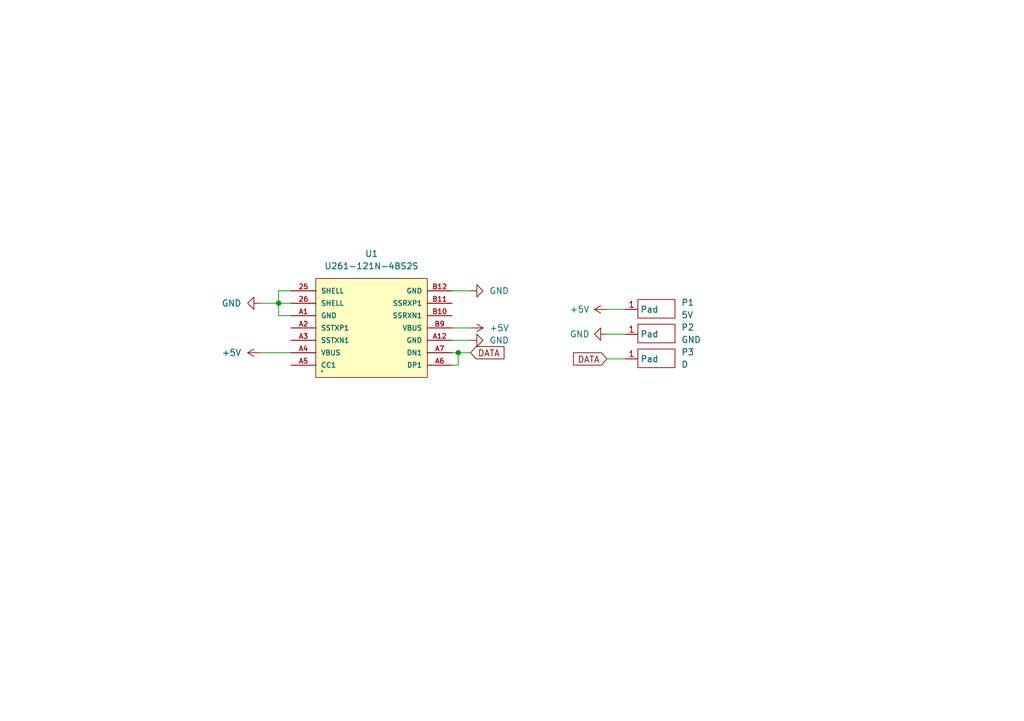
<source format=kicad_sch>
(kicad_sch (version 20211123) (generator eeschema)
  (paper "A5")
  (lib_symbols
    (symbol "Connector:CopperField"
      (property "Reference" "P?" (at 0 -2.032 0))
      (property "Value" "CopperField" (at 0 0 0))
      (symbol "CopperField_0_1"
        (rectangle (start -3.81 -3.048) (end 3.81 -6.858) (stroke (width 0.1524)))
      )
      (symbol "CopperField_1_1"
        (pin bidirectional line (at -6.35 -5.08 0) (length 2.54) (name "Pad") (number "1"))
      )
    )
    (symbol "CopperField_1"
      (property "Reference" "P?" (at 0 -2.032 0))
      (property "Value" "CopperField_1" (at 0 0 0))
      (symbol "CopperField_1_0_1"
        (rectangle (start -3.81 -3.048) (end 3.81 -6.858) (stroke (width 0.1524)))
      )
      (symbol "CopperField_1_1_1"
        (pin bidirectional line (at -6.35 -5.08 0) (length 2.54) (name "Pad") (number "1"))
      )
    )
    (symbol "CopperField_2"
      (property "Reference" "P?" (at 0 -2.032 0))
      (property "Value" "CopperField_2" (at 0 0 0))
      (symbol "CopperField_2_0_1"
        (rectangle (start -3.81 -3.048) (end 3.81 -6.858) (stroke (width 0.1524)))
      )
      (symbol "CopperField_2_1_1"
        (pin bidirectional line (at -6.35 -5.08 0) (length 2.54) (name "Pad") (number "1"))
      )
    )
    (symbol "USBCmale:U261-121N-4BS2S" (pin_names (offset 1.016))
      (property "Reference" "U" (at 0 1.27 0))
      (property "Value" "U261-121N-4BS2S" (at 0 -2.54 0))
      (symbol "U261-121N-4BS2S_1_0"
        (rectangle (start 13.97 10.16) (end 36.83 -10.16) (fill (type background)))
        (circle (center 15.24 -8.89) (radius 0.0254) (fill (type background)))
        (pin unspecified line (at 8.89 7.62 0) (length 5.08) (name "SHELL") (number "25"))
        (pin unspecified line (at 8.89 5.08 0) (length 5.08) (name "SHELL") (number "26"))
        (pin unspecified line (at 8.89 2.54 0) (length 5.08) (name "GND") (number "A1"))
        (pin unspecified line (at 41.91 -2.54 180) (length 5.08) (name "GND") (number "A12"))
        (pin unspecified line (at 8.89 0 0) (length 5.08) (name "SSTXP1") (number "A2"))
        (pin unspecified line (at 8.89 -2.54 0) (length 5.08) (name "SSTXN1") (number "A3"))
        (pin unspecified line (at 8.89 -5.08 0) (length 5.08) (name "VBUS") (number "A4"))
        (pin unspecified line (at 8.89 -7.62 0) (length 5.08) (name "CC1") (number "A5"))
        (pin unspecified line (at 41.91 -7.62 180) (length 5.08) (name "DP1") (number "A6"))
        (pin unspecified line (at 41.91 -5.08 180) (length 5.08) (name "DN1") (number "A7"))
        (pin unspecified line (at 41.91 2.54 180) (length 5.08) (name "SSRXN1") (number "B10"))
        (pin unspecified line (at 41.91 5.08 180) (length 5.08) (name "SSRXP1") (number "B11"))
        (pin unspecified line (at 41.91 7.62 180) (length 5.08) (name "GND") (number "B12"))
        (pin unspecified line (at 41.91 0 180) (length 5.08) (name "VBUS") (number "B9"))
      )
    )
    (symbol "power:+5V" (power) (pin_names (offset 0))
      (property "Value" "+5V" (at 0 3.556 0))
      (symbol "+5V_0_1"
        (polyline (pts (xy -0.762 1.27) (xy 0 2.54)))
        (polyline (pts (xy 0 0) (xy 0 2.54)))
        (polyline (pts (xy 0 2.54) (xy 0.762 1.27)))
      )
      (symbol "+5V_1_1"
        (pin power_in line (at 0 0 90) (length 0) hide (name "+5V") (number "1"))
      )
    )
    (symbol "power:GND" (power) (pin_names (offset 0))
      (property "Value" "GND" (at 0 -3.81 0))
      (symbol "GND_0_1"
        (polyline (pts (xy 0 0) (xy 0 -1.27) (xy 1.27 -1.27) (xy 0 -2.54) (xy -1.27 -1.27) (xy 0 -1.27)))
      )
      (symbol "GND_1_1"
        (pin power_in line (at 0 0 270) (length 0) hide (name "GND") (number "1"))
      )
    )
  )
  (junction (at 93.98 72.39))
  (junction (at 57.15 62.23))
  (wire (pts (xy 124.46 68.58) (xy 128.27 68.58)))
  (wire (pts (xy 57.15 62.23) (xy 53.34 62.23)))
  (wire (pts (xy 93.98 74.93) (xy 93.98 72.39)))
  (wire (pts (xy 59.69 64.77) (xy 57.15 64.77)))
  (wire (pts (xy 57.15 59.69) (xy 57.15 62.23)))
  (wire (pts (xy 124.46 63.5) (xy 128.27 63.5)))
  (wire (pts (xy 57.15 62.23) (xy 59.69 62.23)))
  (wire (pts (xy 92.71 74.93) (xy 93.98 74.93)))
  (wire (pts (xy 93.98 72.39) (xy 96.52 72.39)))
  (wire (pts (xy 92.71 69.85) (xy 96.52 69.85)))
  (wire (pts (xy 53.34 72.39) (xy 59.69 72.39)))
  (wire (pts (xy 92.71 59.69) (xy 96.52 59.69)))
  (wire (pts (xy 124.46 73.66) (xy 128.27 73.66)))
  (wire (pts (xy 92.71 67.31) (xy 96.52 67.31)))
  (wire (pts (xy 92.71 72.39) (xy 93.98 72.39)))
  (wire (pts (xy 57.15 64.77) (xy 57.15 62.23)))
  (wire (pts (xy 59.69 59.69) (xy 57.15 59.69)))
  (global_label "DATA" (shape input) (at 96.52 72.39 0) (property "Intersheet References" "${INTERSHEET_REFS}" (effects hide)))
  (global_label "DATA" (shape input) (at 124.46 73.66 180) (property "Intersheet References" "${INTERSHEET_REFS}" (effects hide)))
  (symbol (lib_id "power:+5V") (at 96.52 67.31 270) (unit 1)
    (property "Reference" "#PWR0106" (effects hide))
    (property "Value" "+5V" (at 100.33 67.3099 90) (effects (justify left)))
  )
  (symbol (lib_id "power:GND") (at 96.52 59.69 90) (unit 1)
    (property "Reference" "#PWR0107" (effects hide))
    (property "Value" "GND" (at 100.33 59.6899 90) (effects (justify right)))
  )
  (symbol (lib_id "Connector:CopperField") (at 134.62 58.42 0) (unit 1)
    (property "Reference" "P1" (at 139.7 62.1029 0) (effects (justify left)))
    (property "Value" "5V" (at 139.7 64.6429 0) (effects (justify left)))
    (property "Footprint" "Connector:CopperField" (effects hide))
  )
  (symbol (lib_id "power:GND") (at 96.52 69.85 90) (unit 1)
    (property "Reference" "#PWR0105" (effects hide))
    (property "Value" "GND" (at 100.33 69.8499 90) (effects (justify right)))
  )
  (symbol (lib_name "CopperField_1") (lib_id "Connector:CopperField") (at 134.62 68.58 0) (unit 1)
    (property "Reference" "P3" (at 139.7 72.2629 0) (effects (justify left)))
    (property "Value" "D" (at 139.7 74.8029 0) (effects (justify left)))
    (property "Footprint" "Connector:CopperField" (effects hide))
  )
  (symbol (lib_id "USBCmale:U261-121N-4BS2S") (at 50.8 67.31 0) (unit 1)
    (property "Reference" "U1" (at 76.2 52.07 0))
    (property "Value" "U261-121N-4BS2S" (at 76.2 54.61 0))
    (property "Footprint" "footprint:U261-121N-4BS2S" (effects hide))
    (property "Datasheet" "https://datasheet.lcsc.com/lcsc/2109031530_XKB-Connectivity-U261-121N-4BS2S_C2879827.pdf" (effects hide))
    (property "Manufacturer" "XKB Connectivity" (effects hide))
    (property "Mfr. Part #" "U261-121N-4BS2S" (effects hide))
    (property "LCSC Part #" "C2879827" (effects hide))
    (property "Package" "SMD" (effects hide))
    (property "Description" "USB 2.0 1 Surface Mount Male -55℃~+85℃ Type-C SMD USB Connectors ROHS" (effects hide))
    (property "1+" "€0.1827" (effects hide))
    (property "10+" "€0.1469" (effects hide))
    (property "30+" "€0.121" (effects hide))
    (property "100+" "€0.0995" (effects hide))
    (property "LCSC link" "https://lcsc.com/product-detail/span-style-background-color-ff0-USB-span-Connectors_XKB-Connectivity-U261-121N-4BS2S_C2879827.html" (effects hide))
  )
  (symbol (lib_name "CopperField_2") (lib_id "Connector:CopperField") (at 134.62 63.5 0) (unit 1)
    (property "Reference" "P2" (at 139.7 67.1829 0) (effects (justify left)))
    (property "Value" "GND" (at 139.7 69.7229 0) (effects (justify left)))
    (property "Footprint" "Connector:CopperField" (effects hide))
  )
  (symbol (lib_id "power:+5V") (at 124.46 63.5 90) (unit 1)
    (property "Reference" "#PWR0102" (effects hide))
    (property "Value" "+5V" (at 116.84 63.5 90) (effects (justify right)))
  )
  (symbol (lib_id "power:GND") (at 53.34 62.23 270) (unit 1)
    (property "Reference" "#PWR0103" (effects hide))
    (property "Value" "GND" (at 49.53 62.2299 90) (effects (justify right)))
  )
  (symbol (lib_id "power:GND") (at 124.46 68.58 270) (unit 1)
    (property "Reference" "#PWR0101" (effects hide))
    (property "Value" "GND" (at 116.84 68.58 90) (effects (justify left)))
  )
  (symbol (lib_id "power:+5V") (at 53.34 72.39 90) (unit 1)
    (property "Reference" "#PWR0104" (effects hide))
    (property "Value" "+5V" (at 49.53 72.3899 90) (effects (justify left)))
  )
)
</source>
